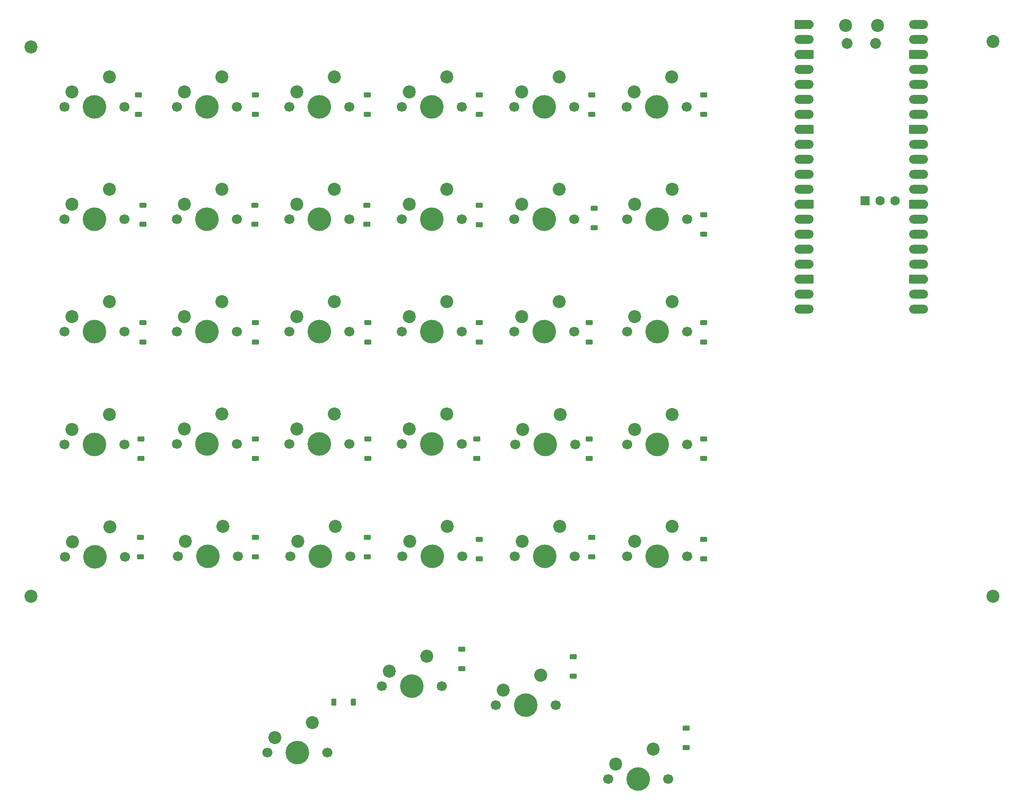
<source format=gbr>
%TF.GenerationSoftware,KiCad,Pcbnew,9.0.6*%
%TF.CreationDate,2026-01-10T21:08:18+05:30*%
%TF.ProjectId,pcb,7063622e-6b69-4636-9164-5f7063625858,rev?*%
%TF.SameCoordinates,Original*%
%TF.FileFunction,Soldermask,Top*%
%TF.FilePolarity,Negative*%
%FSLAX46Y46*%
G04 Gerber Fmt 4.6, Leading zero omitted, Abs format (unit mm)*
G04 Created by KiCad (PCBNEW 9.0.6) date 2026-01-10 21:08:18*
%MOMM*%
%LPD*%
G01*
G04 APERTURE LIST*
G04 Aperture macros list*
%AMRoundRect*
0 Rectangle with rounded corners*
0 $1 Rounding radius*
0 $2 $3 $4 $5 $6 $7 $8 $9 X,Y pos of 4 corners*
0 Add a 4 corners polygon primitive as box body*
4,1,4,$2,$3,$4,$5,$6,$7,$8,$9,$2,$3,0*
0 Add four circle primitives for the rounded corners*
1,1,$1+$1,$2,$3*
1,1,$1+$1,$4,$5*
1,1,$1+$1,$6,$7*
1,1,$1+$1,$8,$9*
0 Add four rect primitives between the rounded corners*
20,1,$1+$1,$2,$3,$4,$5,0*
20,1,$1+$1,$4,$5,$6,$7,0*
20,1,$1+$1,$6,$7,$8,$9,0*
20,1,$1+$1,$8,$9,$2,$3,0*%
%AMFreePoly0*
4,1,37,0.800000,0.796148,0.878414,0.796148,1.032228,0.765552,1.177117,0.705537,1.307515,0.618408,1.418408,0.507515,1.505537,0.377117,1.565552,0.232228,1.596148,0.078414,1.596148,-0.078414,1.565552,-0.232228,1.505537,-0.377117,1.418408,-0.507515,1.307515,-0.618408,1.177117,-0.705537,1.032228,-0.765552,0.878414,-0.796148,0.800000,-0.796148,0.800000,-0.800000,-1.400000,-0.800000,
-1.403843,-0.796157,-1.439018,-0.796157,-1.511114,-0.766294,-1.566294,-0.711114,-1.596157,-0.639018,-1.596157,-0.603843,-1.600000,-0.600000,-1.600000,0.600000,-1.596157,0.603843,-1.596157,0.639018,-1.566294,0.711114,-1.511114,0.766294,-1.439018,0.796157,-1.403843,0.796157,-1.400000,0.800000,0.800000,0.800000,0.800000,0.796148,0.800000,0.796148,$1*%
%AMFreePoly1*
4,1,37,1.403843,0.796157,1.439018,0.796157,1.511114,0.766294,1.566294,0.711114,1.596157,0.639018,1.596157,0.603843,1.600000,0.600000,1.600000,-0.600000,1.596157,-0.603843,1.596157,-0.639018,1.566294,-0.711114,1.511114,-0.766294,1.439018,-0.796157,1.403843,-0.796157,1.400000,-0.800000,-0.800000,-0.800000,-0.800000,-0.796148,-0.878414,-0.796148,-1.032228,-0.765552,-1.177117,-0.705537,
-1.307515,-0.618408,-1.418408,-0.507515,-1.505537,-0.377117,-1.565552,-0.232228,-1.596148,-0.078414,-1.596148,0.078414,-1.565552,0.232228,-1.505537,0.377117,-1.418408,0.507515,-1.307515,0.618408,-1.177117,0.705537,-1.032228,0.765552,-0.878414,0.796148,-0.800000,0.796148,-0.800000,0.800000,1.400000,0.800000,1.403843,0.796157,1.403843,0.796157,$1*%
G04 Aperture macros list end*
%ADD10RoundRect,0.225000X0.375000X-0.225000X0.375000X0.225000X-0.375000X0.225000X-0.375000X-0.225000X0*%
%ADD11RoundRect,0.225000X-0.375000X0.225000X-0.375000X-0.225000X0.375000X-0.225000X0.375000X0.225000X0*%
%ADD12C,1.700000*%
%ADD13C,4.000000*%
%ADD14C,2.200000*%
%ADD15RoundRect,0.225000X0.225000X0.375000X-0.225000X0.375000X-0.225000X-0.375000X0.225000X-0.375000X0*%
%ADD16C,1.850000*%
%ADD17FreePoly0,0.000000*%
%ADD18RoundRect,0.800000X-0.800000X-0.000010X0.800000X-0.000010X0.800000X0.000010X-0.800000X0.000010X0*%
%ADD19FreePoly1,0.000000*%
%ADD20RoundRect,0.200000X-0.600000X-0.600000X0.600000X-0.600000X0.600000X0.600000X-0.600000X0.600000X0*%
%ADD21C,1.600000*%
G04 APERTURE END LIST*
D10*
%TO.C,D20*%
X91000000Y-92650000D03*
X91000000Y-89350000D03*
%TD*%
D11*
%TO.C,D33*%
X144860000Y-126320000D03*
X144860000Y-129620000D03*
%TD*%
D12*
%TO.C,SW17*%
X134920000Y-71175000D03*
D13*
X140000000Y-71175000D03*
D12*
X145080000Y-71175000D03*
D14*
X142540000Y-66095000D03*
X136190000Y-68635000D03*
%TD*%
D10*
%TO.C,D18*%
X167000000Y-72950000D03*
X167000000Y-69650000D03*
%TD*%
D12*
%TO.C,SW24*%
X154020000Y-90300000D03*
D13*
X159100000Y-90300000D03*
D12*
X164180000Y-90300000D03*
D14*
X161640000Y-85220000D03*
X155290000Y-87760000D03*
%TD*%
D12*
%TO.C,SW25*%
X58740000Y-109350000D03*
D13*
X63820000Y-109350000D03*
D12*
X68900000Y-109350000D03*
D14*
X66360000Y-104270000D03*
X60010000Y-106810000D03*
%TD*%
D10*
%TO.C,D27*%
X110000000Y-109350000D03*
X110000000Y-106050000D03*
%TD*%
%TO.C,D16*%
X129000000Y-72950000D03*
X129000000Y-69650000D03*
%TD*%
D12*
%TO.C,SW9*%
X96755000Y-52125000D03*
D13*
X101835000Y-52125000D03*
D12*
X106915000Y-52125000D03*
D14*
X104375000Y-47045000D03*
X98025000Y-49585000D03*
%TD*%
D12*
%TO.C,SW8*%
X77770000Y-52120000D03*
D13*
X82850000Y-52120000D03*
D12*
X87930000Y-52120000D03*
D14*
X85390000Y-47040000D03*
X79040000Y-49580000D03*
%TD*%
D10*
%TO.C,D15*%
X110100000Y-72950000D03*
X110100000Y-69650000D03*
%TD*%
D12*
%TO.C,SW29*%
X134990000Y-109300000D03*
D13*
X140070000Y-109300000D03*
D12*
X145150000Y-109300000D03*
D14*
X142610000Y-104220000D03*
X136260000Y-106760000D03*
%TD*%
D12*
%TO.C,SW27*%
X96940000Y-109300000D03*
D13*
X102020000Y-109300000D03*
D12*
X107100000Y-109300000D03*
D14*
X104560000Y-104220000D03*
X98210000Y-106760000D03*
%TD*%
D10*
%TO.C,D4*%
X129000000Y-34350000D03*
X129000000Y-31050000D03*
%TD*%
%TO.C,D23*%
X147550000Y-92650000D03*
X147550000Y-89350000D03*
%TD*%
D12*
%TO.C,SW7*%
X58690000Y-52130000D03*
D13*
X63770000Y-52130000D03*
D12*
X68850000Y-52130000D03*
D14*
X66310000Y-47050000D03*
X59960000Y-49590000D03*
%TD*%
D15*
%TO.C,D31*%
X107650000Y-134000000D03*
X104350000Y-134000000D03*
%TD*%
D12*
%TO.C,SW19*%
X58690000Y-90260000D03*
D13*
X63770000Y-90260000D03*
D12*
X68850000Y-90260000D03*
D14*
X66310000Y-85180000D03*
X59960000Y-87720000D03*
%TD*%
D10*
%TO.C,D1*%
X71200000Y-34350000D03*
X71200000Y-31050000D03*
%TD*%
%TO.C,D2*%
X91000000Y-34350000D03*
X91000000Y-31050000D03*
%TD*%
D14*
%TO.C,REF\u002A\u002A*%
X216000000Y-22000000D03*
%TD*%
D10*
%TO.C,D30*%
X167000000Y-109650000D03*
X167000000Y-106350000D03*
%TD*%
%TO.C,D24*%
X167000000Y-92650000D03*
X167000000Y-89350000D03*
%TD*%
D14*
%TO.C,REF\u002A\u002A*%
X53000000Y-22865000D03*
%TD*%
D12*
%TO.C,SW4*%
X115810000Y-33070000D03*
D13*
X120890000Y-33070000D03*
D12*
X125970000Y-33070000D03*
D14*
X123430000Y-27990000D03*
X117080000Y-30530000D03*
%TD*%
D12*
%TO.C,SW26*%
X77940000Y-109300000D03*
D13*
X83020000Y-109300000D03*
D12*
X88100000Y-109300000D03*
D14*
X85560000Y-104220000D03*
X79210000Y-106760000D03*
%TD*%
D10*
%TO.C,D21*%
X110100000Y-92650000D03*
X110100000Y-89350000D03*
%TD*%
%TO.C,D8*%
X90950000Y-53000000D03*
X90950000Y-49700000D03*
%TD*%
%TO.C,D19*%
X71650000Y-92650000D03*
X71650000Y-89350000D03*
%TD*%
D12*
%TO.C,SW18*%
X154020000Y-71180000D03*
D13*
X159100000Y-71180000D03*
D12*
X164180000Y-71180000D03*
D14*
X161640000Y-66100000D03*
X155290000Y-68640000D03*
%TD*%
D10*
%TO.C,D7*%
X71950000Y-53000000D03*
X71950000Y-49700000D03*
%TD*%
D12*
%TO.C,SW11*%
X134895000Y-52125000D03*
D13*
X139975000Y-52125000D03*
D12*
X145055000Y-52125000D03*
D14*
X142515000Y-47045000D03*
X136165000Y-49585000D03*
%TD*%
D12*
%TO.C,SW31*%
X93030000Y-142540000D03*
D13*
X98110000Y-142540000D03*
D12*
X103190000Y-142540000D03*
D14*
X100650000Y-137460000D03*
X94300000Y-140000000D03*
%TD*%
D12*
%TO.C,SW13*%
X58680000Y-71165000D03*
D13*
X63760000Y-71165000D03*
D12*
X68840000Y-71165000D03*
D14*
X66300000Y-66085000D03*
X59950000Y-68625000D03*
%TD*%
D12*
%TO.C,SW32*%
X112470000Y-131300000D03*
D13*
X117550000Y-131300000D03*
D12*
X122630000Y-131300000D03*
D14*
X120090000Y-126220000D03*
X113740000Y-128760000D03*
%TD*%
D10*
%TO.C,D32*%
X126000000Y-128350000D03*
X126000000Y-125050000D03*
%TD*%
D11*
%TO.C,D34*%
X164000000Y-138350000D03*
X164000000Y-141650000D03*
%TD*%
D12*
%TO.C,SW3*%
X96770000Y-33070000D03*
D13*
X101850000Y-33070000D03*
D12*
X106930000Y-33070000D03*
D14*
X104390000Y-27990000D03*
X98040000Y-30530000D03*
%TD*%
D12*
%TO.C,SW5*%
X134890000Y-33070000D03*
D13*
X139970000Y-33070000D03*
D12*
X145050000Y-33070000D03*
D14*
X142510000Y-27990000D03*
X136160000Y-30530000D03*
%TD*%
D12*
%TO.C,SW1*%
X58700000Y-33070000D03*
D13*
X63780000Y-33070000D03*
D12*
X68860000Y-33070000D03*
D14*
X66320000Y-27990000D03*
X59970000Y-30530000D03*
%TD*%
D10*
%TO.C,D26*%
X91000000Y-109350000D03*
X91000000Y-106050000D03*
%TD*%
D12*
%TO.C,SW34*%
X150770000Y-147000000D03*
D13*
X155850000Y-147000000D03*
D12*
X160930000Y-147000000D03*
D14*
X158390000Y-141920000D03*
X152040000Y-144460000D03*
%TD*%
D10*
%TO.C,D14*%
X91000000Y-72950000D03*
X91000000Y-69650000D03*
%TD*%
%TO.C,D5*%
X148000000Y-34350000D03*
X148000000Y-31050000D03*
%TD*%
D12*
%TO.C,SW22*%
X115830000Y-90190000D03*
D13*
X120910000Y-90190000D03*
D12*
X125990000Y-90190000D03*
D14*
X123450000Y-85110000D03*
X117100000Y-87650000D03*
%TD*%
%TO.C,REF\u002A\u002A*%
X216000000Y-116000000D03*
%TD*%
D10*
%TO.C,D9*%
X109950000Y-53000000D03*
X109950000Y-49700000D03*
%TD*%
D12*
%TO.C,SW15*%
X96805000Y-71180000D03*
D13*
X101885000Y-71180000D03*
D12*
X106965000Y-71180000D03*
D14*
X104425000Y-66100000D03*
X98075000Y-68640000D03*
%TD*%
D12*
%TO.C,SW23*%
X135020000Y-90300000D03*
D13*
X140100000Y-90300000D03*
D12*
X145180000Y-90300000D03*
D14*
X142640000Y-85220000D03*
X136290000Y-87760000D03*
%TD*%
D12*
%TO.C,SW30*%
X154020000Y-109300000D03*
D13*
X159100000Y-109300000D03*
D12*
X164180000Y-109300000D03*
D14*
X161640000Y-104220000D03*
X155290000Y-106760000D03*
%TD*%
D10*
%TO.C,D17*%
X147550000Y-72950000D03*
X147550000Y-69650000D03*
%TD*%
%TO.C,D28*%
X129000000Y-109650000D03*
X129000000Y-106350000D03*
%TD*%
%TO.C,D12*%
X167000000Y-54665000D03*
X167000000Y-51365000D03*
%TD*%
D12*
%TO.C,SW2*%
X77730000Y-33070000D03*
D13*
X82810000Y-33070000D03*
D12*
X87890000Y-33070000D03*
D14*
X85350000Y-27990000D03*
X79000000Y-30530000D03*
%TD*%
D12*
%TO.C,SW20*%
X77750000Y-90230000D03*
D13*
X82830000Y-90230000D03*
D12*
X87910000Y-90230000D03*
D14*
X85370000Y-85150000D03*
X79020000Y-87690000D03*
%TD*%
D10*
%TO.C,D29*%
X148000000Y-109350000D03*
X148000000Y-106050000D03*
%TD*%
D12*
%TO.C,SW21*%
X96830000Y-90190000D03*
D13*
X101910000Y-90190000D03*
D12*
X106990000Y-90190000D03*
D14*
X104450000Y-85110000D03*
X98100000Y-87650000D03*
%TD*%
D10*
%TO.C,D22*%
X128550000Y-92650000D03*
X128550000Y-89350000D03*
%TD*%
D14*
%TO.C,A1*%
X190995000Y-19255000D03*
D16*
X191295000Y-22285000D03*
X196145000Y-22285000D03*
D14*
X196445000Y-19255000D03*
D17*
X184030000Y-19125000D03*
D18*
X184030000Y-21665000D03*
D19*
X184030000Y-24205000D03*
D18*
X184030000Y-26745000D03*
X184030000Y-29285000D03*
X184030000Y-31825000D03*
X184030000Y-34365000D03*
D19*
X184030000Y-36905000D03*
D18*
X184030000Y-39445000D03*
X184030000Y-41985000D03*
X184030000Y-44525000D03*
X184030000Y-47065000D03*
D19*
X184030000Y-49605000D03*
D18*
X184030000Y-52145000D03*
X184030000Y-54685000D03*
X184030000Y-57225000D03*
X184030000Y-59765000D03*
D19*
X184030000Y-62305000D03*
D18*
X184030000Y-64845000D03*
X184030000Y-67385000D03*
X203410000Y-67385000D03*
X203410000Y-64845000D03*
D17*
X203410000Y-62305000D03*
D18*
X203410000Y-59765000D03*
X203410000Y-57225000D03*
X203410000Y-54685000D03*
X203410000Y-52145000D03*
D17*
X203410000Y-49605000D03*
D18*
X203410000Y-47065000D03*
X203410000Y-44525000D03*
X203410000Y-41985000D03*
X203410000Y-39445000D03*
D17*
X203410000Y-36905000D03*
D18*
X203410000Y-34365000D03*
X203410000Y-31825000D03*
X203410000Y-29285000D03*
X203410000Y-26745000D03*
D17*
X203410000Y-24205000D03*
D18*
X203410000Y-21665000D03*
X203410000Y-19125000D03*
D20*
X194304100Y-48955000D03*
D21*
X196844100Y-48955000D03*
X199384100Y-48955000D03*
%TD*%
D10*
%TO.C,D6*%
X167000000Y-34350000D03*
X167000000Y-31050000D03*
%TD*%
D12*
%TO.C,SW10*%
X115805000Y-52125000D03*
D13*
X120885000Y-52125000D03*
D12*
X125965000Y-52125000D03*
D14*
X123425000Y-47045000D03*
X117075000Y-49585000D03*
%TD*%
D10*
%TO.C,D11*%
X148425000Y-53575000D03*
X148425000Y-50275000D03*
%TD*%
D12*
%TO.C,SW16*%
X115840000Y-71175000D03*
D13*
X120920000Y-71175000D03*
D12*
X126000000Y-71175000D03*
D14*
X123460000Y-66095000D03*
X117110000Y-68635000D03*
%TD*%
D10*
%TO.C,D10*%
X128950000Y-53015000D03*
X128950000Y-49715000D03*
%TD*%
%TO.C,D25*%
X71550000Y-109350000D03*
X71550000Y-106050000D03*
%TD*%
%TO.C,D3*%
X110000000Y-34350000D03*
X110000000Y-31050000D03*
%TD*%
D12*
%TO.C,SW33*%
X131720000Y-134450000D03*
D13*
X136800000Y-134450000D03*
D12*
X141880000Y-134450000D03*
D14*
X139340000Y-129370000D03*
X132990000Y-131910000D03*
%TD*%
D12*
%TO.C,SW14*%
X77765000Y-71175000D03*
D13*
X82845000Y-71175000D03*
D12*
X87925000Y-71175000D03*
D14*
X85385000Y-66095000D03*
X79035000Y-68635000D03*
%TD*%
D12*
%TO.C,SW28*%
X115940000Y-109300000D03*
D13*
X121020000Y-109300000D03*
D12*
X126100000Y-109300000D03*
D14*
X123560000Y-104220000D03*
X117210000Y-106760000D03*
%TD*%
%TO.C,REF\u002A\u002A*%
X53000000Y-116000000D03*
%TD*%
D12*
%TO.C,SW6*%
X153960000Y-33070000D03*
D13*
X159040000Y-33070000D03*
D12*
X164120000Y-33070000D03*
D14*
X161580000Y-27990000D03*
X155230000Y-30530000D03*
%TD*%
D12*
%TO.C,SW12*%
X154000000Y-52150000D03*
D13*
X159080000Y-52150000D03*
D12*
X164160000Y-52150000D03*
D14*
X161620000Y-47070000D03*
X155270000Y-49610000D03*
%TD*%
D10*
%TO.C,D13*%
X72000000Y-72950000D03*
X72000000Y-69650000D03*
%TD*%
M02*

</source>
